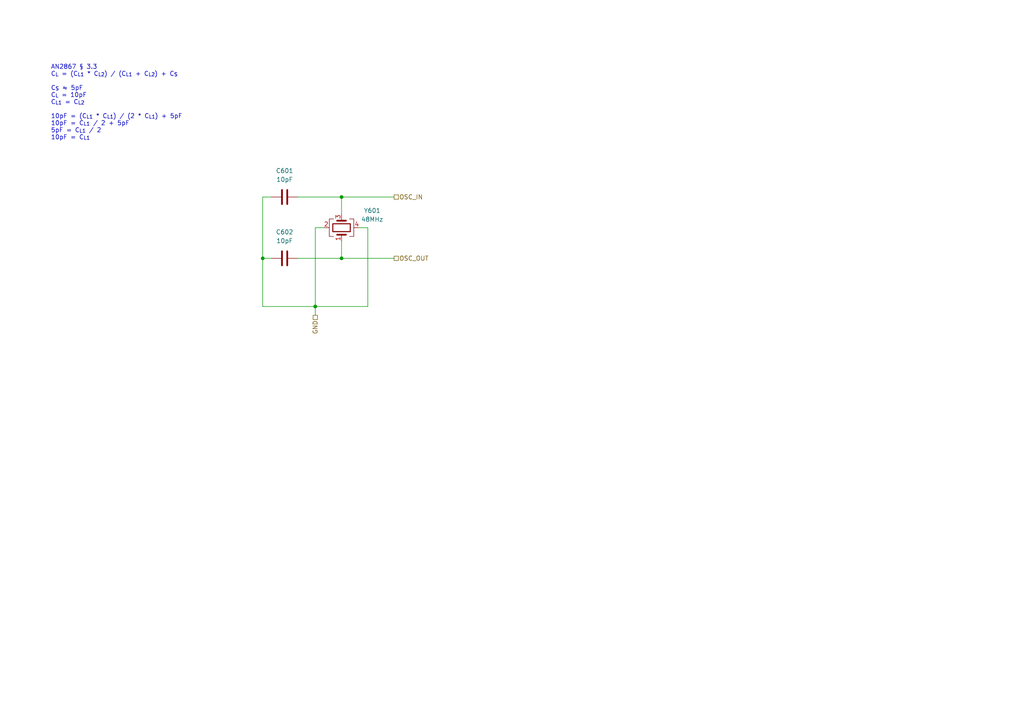
<source format=kicad_sch>
(kicad_sch (version 20231120) (generator "eeschema") (generator_version "8.0")
  (paper "A4")
  (lib_symbols
    (symbol "Device:C" (pin_numbers hide) (pin_names (offset 0.254))
      (property "Reference" "C" (at 0.635 2.54 0))
      (property "Value" "C" (at 0.635 -2.54 0))
      (symbol "C_0_1"
        (polyline (pts (xy -2.032 -0.762) (xy 2.032 -0.762)) (stroke (width 0.508)))
        (polyline (pts (xy -2.032 0.762) (xy 2.032 0.762)) (stroke (width 0.508)))
      )
      (symbol "C_1_1"
        (pin passive line (at 0 3.81 270) (length 2.794) (name "~") (number "1"))
        (pin passive line (at 0 -3.81 90) (length 2.794) (name "~") (number "2"))
      )
    )
    (symbol "Device:Crystal_GND24" (pin_names (offset 1.016) hide)
      (property "Reference" "Y" (at 3.175 5.08 0))
      (property "Value" "Crystal_GND24" (at 3.175 3.175 0))
      (symbol "Crystal_GND24_0_1"
        (rectangle (start -1.143 2.54) (end 1.143 -2.54) (stroke (width 0.3048)))
        (polyline (pts (xy -2.54 0) (xy -2.032 0)))
        (polyline (pts (xy -2.032 -1.27) (xy -2.032 1.27)) (stroke (width 0.508)))
        (polyline (pts (xy 0 -3.81) (xy 0 -3.556)))
        (polyline (pts (xy 0 3.556) (xy 0 3.81)))
        (polyline (pts (xy 2.032 -1.27) (xy 2.032 1.27)) (stroke (width 0.508)))
        (polyline (pts (xy 2.032 0) (xy 2.54 0)))
        (polyline (pts (xy -2.54 -2.286) (xy -2.54 -3.556) (xy 2.54 -3.556) (xy 2.54 -2.286)))
        (polyline (pts (xy -2.54 2.286) (xy -2.54 3.556) (xy 2.54 3.556) (xy 2.54 2.286)))
      )
      (symbol "Crystal_GND24_1_1"
        (pin passive line (at -3.81 0 0) (length 1.27) (name "1") (number "1"))
        (pin passive line (at 0 5.08 270) (length 1.27) (name "2") (number "2"))
        (pin passive line (at 3.81 0 180) (length 1.27) (name "3") (number "3"))
        (pin passive line (at 0 -5.08 90) (length 1.27) (name "4") (number "4"))
      )
    )
  )
  (junction (at 99.06 74.93))
  (junction (at 91.44 88.9))
  (junction (at 99.06 57.15))
  (junction (at 76.2 74.93))
  (wire (pts (xy 91.44 66.04) (xy 93.98 66.04)))
  (wire (pts (xy 99.06 62.23) (xy 99.06 57.15)))
  (wire (pts (xy 99.06 57.15) (xy 114.3 57.15)))
  (wire (pts (xy 76.2 74.93) (xy 78.74 74.93)))
  (wire (pts (xy 76.2 57.15) (xy 76.2 74.93)))
  (wire (pts (xy 76.2 88.9) (xy 91.44 88.9)))
  (wire (pts (xy 106.68 66.04) (xy 106.68 88.9)))
  (wire (pts (xy 76.2 74.93) (xy 76.2 88.9)))
  (wire (pts (xy 106.68 66.04) (xy 104.14 66.04)))
  (wire (pts (xy 86.36 74.93) (xy 99.06 74.93)))
  (wire (pts (xy 91.44 88.9) (xy 91.44 91.44)))
  (wire (pts (xy 78.74 57.15) (xy 76.2 57.15)))
  (wire (pts (xy 91.44 88.9) (xy 106.68 88.9)))
  (wire (pts (xy 99.06 69.85) (xy 99.06 74.93)))
  (wire (pts (xy 86.36 57.15) (xy 99.06 57.15)))
  (wire (pts (xy 99.06 74.93) (xy 114.3 74.93)))
  (wire (pts (xy 91.44 66.04) (xy 91.44 88.9)))
  (text "AN2867 § 3.3\nC_{L} = (C_{L1} * C_{L2}) / (C_{L1} + C_{L2}) + C_{S}\n\nC_{S} ≈ 5pF\nC_{L} = 10pF\nC_{L1} = C_{L2}\n\n10pF = (C_{L1} * C_{L1}) / (2 * C_{L1}) + 5pF\n10pF = C_{L1} / 2 + 5pF\n5pF = C_{L1} / 2\n10pF = C_{L1}" (at 14.732 18.796 0) (effects (font (size 1.27 1.27)) (justify left top)))
  (hierarchical_label "OSC_IN" (shape passive) (at 114.3 57.15 0))
  (hierarchical_label "OSC_OUT" (shape passive) (at 114.3 74.93 0))
  (hierarchical_label "GND" (shape passive) (at 91.44 91.44 270))
  (symbol (lib_id "Device:Crystal_GND24") (at 99.06 66.04 90) (unit 1)
    (property "Reference" "Y601" (at 107.95 61.0868 90))
    (property "Value" "48MHz" (at 107.95 63.6268 90))
    (property "Footprint" "Crystal:Crystal_SMD_2016-4Pin_2.0x1.6mm" (effects (hide yes)))
    (property "Description" "Four pin crystal, GND on pins 2 and 4" (effects (hide yes)))
    (property "LCSC" "C648978" (effects (hide yes)))
  )
  (symbol (lib_id "Device:C") (at 82.55 74.93 90) (unit 1)
    (property "Reference" "C602" (at 82.55 67.31 90))
    (property "Value" "10pF" (at 82.55 69.85 90))
    (property "Footprint" "Capacitor_SMD:C_0402_1005Metric" (effects (hide yes)))
    (property "Description" "Unpolarized capacitor" (effects (hide yes)))
    (property "LCSC" "C32949" (effects (hide yes)))
  )
  (symbol (lib_id "Device:C") (at 82.55 57.15 90) (unit 1)
    (property "Reference" "C601" (at 82.55 49.53 90))
    (property "Value" "10pF" (at 82.55 52.07 90))
    (property "Footprint" "Capacitor_SMD:C_0402_1005Metric" (effects (hide yes)))
    (property "Description" "Unpolarized capacitor" (effects (hide yes)))
    (property "LCSC" "C32949" (effects (hide yes)))
  )
)
</source>
